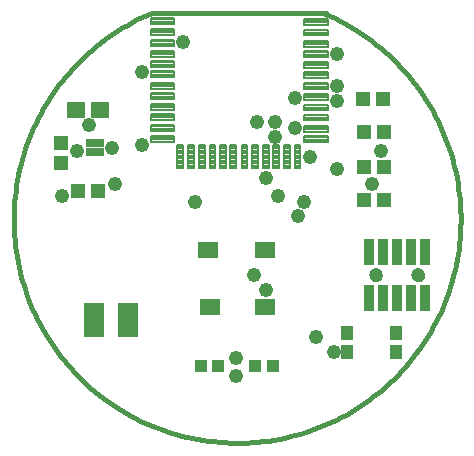
<source format=gts>
G75*
%MOIN*%
%OFA0B0*%
%FSLAX25Y25*%
%IPPOS*%
%LPD*%
%AMOC8*
5,1,8,0,0,1.08239X$1,22.5*
%
%ADD10C,0.01600*%
%ADD11C,0.00831*%
%ADD12R,0.04737X0.05131*%
%ADD13R,0.05131X0.04737*%
%ADD14R,0.07099X0.11430*%
%ADD15R,0.05918X0.05800*%
%ADD16R,0.03950X0.03950*%
%ADD17R,0.01981X0.02847*%
%ADD18R,0.06902X0.05524*%
%ADD19R,0.03300X0.08800*%
%ADD20C,0.00000*%
%ADD21C,0.04737*%
%ADD22R,0.04343X0.04540*%
%ADD23C,0.04800*%
D10*
X0059923Y0145895D02*
X0058243Y0145181D01*
X0056581Y0144427D01*
X0054938Y0143632D01*
X0053314Y0142797D01*
X0051712Y0141922D01*
X0050132Y0141008D01*
X0048574Y0140056D01*
X0047041Y0139066D01*
X0045532Y0138039D01*
X0044048Y0136975D01*
X0042591Y0135875D01*
X0041162Y0134740D01*
X0039761Y0133569D01*
X0038389Y0132365D01*
X0037047Y0131128D01*
X0035735Y0129858D01*
X0034455Y0128557D01*
X0033208Y0127224D01*
X0031993Y0125861D01*
X0030812Y0124469D01*
X0029666Y0123048D01*
X0028555Y0121600D01*
X0027480Y0120125D01*
X0026441Y0118624D01*
X0025439Y0117098D01*
X0024475Y0115548D01*
X0023549Y0113974D01*
X0022662Y0112379D01*
X0021815Y0110762D01*
X0021007Y0109125D01*
X0020240Y0107469D01*
X0019513Y0105794D01*
X0018828Y0104102D01*
X0018185Y0102394D01*
X0017583Y0100670D01*
X0017024Y0098933D01*
X0016508Y0097182D01*
X0016035Y0095419D01*
X0015605Y0093644D01*
X0015218Y0091860D01*
X0014876Y0090067D01*
X0014578Y0088266D01*
X0014324Y0086459D01*
X0014114Y0084645D01*
X0013949Y0082827D01*
X0013828Y0081006D01*
X0013752Y0079182D01*
X0013721Y0077357D01*
X0013734Y0075531D01*
X0013793Y0073707D01*
X0013896Y0071884D01*
X0014043Y0070065D01*
X0014235Y0068249D01*
X0014472Y0066439D01*
X0014753Y0064636D01*
X0015078Y0062839D01*
X0015447Y0061052D01*
X0015860Y0059273D01*
X0016316Y0057506D01*
X0016815Y0055750D01*
X0017357Y0054007D01*
X0017942Y0052278D01*
X0018569Y0050563D01*
X0019238Y0048865D01*
X0019948Y0047183D01*
X0020699Y0045519D01*
X0021491Y0043874D01*
X0022323Y0042249D01*
X0023194Y0040645D01*
X0024105Y0039063D01*
X0025054Y0037504D01*
X0026040Y0035968D01*
X0027065Y0034457D01*
X0028126Y0032972D01*
X0029223Y0031513D01*
X0030355Y0030081D01*
X0031523Y0028677D01*
X0032724Y0027303D01*
X0033958Y0025958D01*
X0035226Y0024644D01*
X0036525Y0023362D01*
X0037855Y0022112D01*
X0039215Y0020894D01*
X0040605Y0019711D01*
X0042023Y0018562D01*
X0043469Y0017448D01*
X0044942Y0016369D01*
X0046441Y0015327D01*
X0047965Y0014323D01*
X0049513Y0013355D01*
X0051085Y0012427D01*
X0052679Y0011536D01*
X0054294Y0010686D01*
X0055929Y0009875D01*
X0057584Y0009104D01*
X0059257Y0008374D01*
X0060948Y0007686D01*
X0062655Y0007039D01*
X0064377Y0006434D01*
X0066114Y0005871D01*
X0067864Y0005351D01*
X0069626Y0004875D01*
X0071399Y0004441D01*
X0073182Y0004051D01*
X0074975Y0003705D01*
X0076775Y0003403D01*
X0078582Y0003146D01*
X0080395Y0002932D01*
X0082213Y0002763D01*
X0084034Y0002639D01*
X0085858Y0002560D01*
X0087683Y0002525D01*
X0089508Y0002535D01*
X0091333Y0002589D01*
X0093156Y0002689D01*
X0094976Y0002832D01*
X0096791Y0003021D01*
X0098602Y0003254D01*
X0100406Y0003531D01*
X0102203Y0003853D01*
X0103992Y0004218D01*
X0105771Y0004627D01*
X0107539Y0005080D01*
X0109296Y0005575D01*
X0111040Y0006114D01*
X0112771Y0006695D01*
X0114486Y0007319D01*
X0116186Y0007984D01*
X0117869Y0008691D01*
X0119534Y0009439D01*
X0121181Y0010227D01*
X0122807Y0011056D01*
X0124413Y0011924D01*
X0125997Y0012832D01*
X0127558Y0013777D01*
X0129096Y0014761D01*
X0130609Y0015782D01*
X0132097Y0016840D01*
X0133558Y0017935D01*
X0134992Y0019064D01*
X0136398Y0020229D01*
X0137775Y0021427D01*
X0139122Y0022659D01*
X0140438Y0023924D01*
X0141723Y0025220D01*
X0142976Y0026548D01*
X0144196Y0027906D01*
X0145383Y0029293D01*
X0146535Y0030709D01*
X0147652Y0032153D01*
X0148733Y0033624D01*
X0149778Y0035121D01*
X0150786Y0036643D01*
X0151756Y0038189D01*
X0152688Y0039758D01*
X0153581Y0041350D01*
X0154435Y0042964D01*
X0155249Y0044598D01*
X0156023Y0046251D01*
X0156757Y0047923D01*
X0157449Y0049612D01*
X0158099Y0051318D01*
X0158707Y0053039D01*
X0159273Y0054774D01*
X0159797Y0056523D01*
X0160277Y0058284D01*
X0160714Y0060057D01*
X0161107Y0061839D01*
X0161457Y0063631D01*
X0161762Y0065430D01*
X0162024Y0067237D01*
X0162241Y0069050D01*
X0162413Y0070867D01*
X0162541Y0072688D01*
X0162625Y0074511D01*
X0162663Y0076337D01*
X0162657Y0078162D01*
X0162606Y0079987D01*
X0162510Y0081810D01*
X0162370Y0083630D01*
X0162185Y0085446D01*
X0161956Y0087257D01*
X0161682Y0089062D01*
X0161364Y0090859D01*
X0161003Y0092649D01*
X0160597Y0094428D01*
X0160148Y0096198D01*
X0159656Y0097956D01*
X0159121Y0099701D01*
X0158543Y0101432D01*
X0157923Y0103149D01*
X0157261Y0104851D01*
X0156557Y0106535D01*
X0155813Y0108202D01*
X0155028Y0109850D01*
X0154202Y0111478D01*
X0153337Y0113086D01*
X0152433Y0114671D01*
X0151490Y0116235D01*
X0150510Y0117774D01*
X0149491Y0119289D01*
X0148436Y0120779D01*
X0147345Y0122242D01*
X0146218Y0123679D01*
X0145057Y0125087D01*
X0143861Y0126466D01*
X0142632Y0127816D01*
X0141370Y0129135D01*
X0140076Y0130422D01*
X0138751Y0131678D01*
X0137396Y0132901D01*
X0136011Y0134090D01*
X0134597Y0135245D01*
X0133155Y0136365D01*
X0131687Y0137449D01*
X0130192Y0138497D01*
X0128672Y0139508D01*
X0127128Y0140481D01*
X0125560Y0141416D01*
X0123970Y0142313D01*
X0122358Y0143170D01*
X0120726Y0143987D01*
X0119074Y0144765D01*
X0117404Y0145501D01*
X0117798Y0145894D02*
X0059924Y0145894D01*
D11*
X0059348Y0142051D02*
X0067192Y0142051D01*
X0059348Y0142051D02*
X0059348Y0143989D01*
X0067192Y0143989D01*
X0067192Y0142051D01*
X0067192Y0142881D02*
X0059348Y0142881D01*
X0059348Y0143711D02*
X0067192Y0143711D01*
X0067192Y0138508D02*
X0059348Y0138508D01*
X0059348Y0140446D01*
X0067192Y0140446D01*
X0067192Y0138508D01*
X0067192Y0139338D02*
X0059348Y0139338D01*
X0059348Y0140168D02*
X0067192Y0140168D01*
X0067192Y0134768D02*
X0059348Y0134768D01*
X0059348Y0136706D01*
X0067192Y0136706D01*
X0067192Y0134768D01*
X0067192Y0135598D02*
X0059348Y0135598D01*
X0059348Y0136428D02*
X0067192Y0136428D01*
X0067192Y0131225D02*
X0059348Y0131225D01*
X0059348Y0133163D01*
X0067192Y0133163D01*
X0067192Y0131225D01*
X0067192Y0132055D02*
X0059348Y0132055D01*
X0059348Y0132885D02*
X0067192Y0132885D01*
X0067192Y0127681D02*
X0059348Y0127681D01*
X0059348Y0129619D01*
X0067192Y0129619D01*
X0067192Y0127681D01*
X0067192Y0128511D02*
X0059348Y0128511D01*
X0059348Y0129341D02*
X0067192Y0129341D01*
X0067192Y0124335D02*
X0059348Y0124335D01*
X0059348Y0126273D01*
X0067192Y0126273D01*
X0067192Y0124335D01*
X0067192Y0125165D02*
X0059348Y0125165D01*
X0059348Y0125995D02*
X0067192Y0125995D01*
X0067192Y0120595D02*
X0059348Y0120595D01*
X0059348Y0122533D01*
X0067192Y0122533D01*
X0067192Y0120595D01*
X0067192Y0121425D02*
X0059348Y0121425D01*
X0059348Y0122255D02*
X0067192Y0122255D01*
X0067192Y0117051D02*
X0059348Y0117051D01*
X0059348Y0118989D01*
X0067192Y0118989D01*
X0067192Y0117051D01*
X0067192Y0117881D02*
X0059348Y0117881D01*
X0059348Y0118711D02*
X0067192Y0118711D01*
X0067192Y0113508D02*
X0059348Y0113508D01*
X0059348Y0115446D01*
X0067192Y0115446D01*
X0067192Y0113508D01*
X0067192Y0114338D02*
X0059348Y0114338D01*
X0059348Y0115168D02*
X0067192Y0115168D01*
X0067192Y0110162D02*
X0059348Y0110162D01*
X0059348Y0112100D01*
X0067192Y0112100D01*
X0067192Y0110162D01*
X0067192Y0110992D02*
X0059348Y0110992D01*
X0059348Y0111822D02*
X0067192Y0111822D01*
X0067192Y0106422D02*
X0059348Y0106422D01*
X0059348Y0108360D01*
X0067192Y0108360D01*
X0067192Y0106422D01*
X0067192Y0107252D02*
X0059348Y0107252D01*
X0059348Y0108082D02*
X0067192Y0108082D01*
X0067192Y0102878D02*
X0059348Y0102878D01*
X0059348Y0104816D01*
X0067192Y0104816D01*
X0067192Y0102878D01*
X0067192Y0103708D02*
X0059348Y0103708D01*
X0059348Y0104538D02*
X0067192Y0104538D01*
X0070145Y0101864D02*
X0070145Y0094020D01*
X0068207Y0094020D01*
X0068207Y0101864D01*
X0070145Y0101864D01*
X0070145Y0094850D02*
X0068207Y0094850D01*
X0068207Y0095680D02*
X0070145Y0095680D01*
X0070145Y0096510D02*
X0068207Y0096510D01*
X0068207Y0097340D02*
X0070145Y0097340D01*
X0070145Y0098170D02*
X0068207Y0098170D01*
X0068207Y0099000D02*
X0070145Y0099000D01*
X0070145Y0099830D02*
X0068207Y0099830D01*
X0068207Y0100660D02*
X0070145Y0100660D01*
X0070145Y0101490D02*
X0068207Y0101490D01*
X0073688Y0101864D02*
X0073688Y0094020D01*
X0071750Y0094020D01*
X0071750Y0101864D01*
X0073688Y0101864D01*
X0073688Y0094850D02*
X0071750Y0094850D01*
X0071750Y0095680D02*
X0073688Y0095680D01*
X0073688Y0096510D02*
X0071750Y0096510D01*
X0071750Y0097340D02*
X0073688Y0097340D01*
X0073688Y0098170D02*
X0071750Y0098170D01*
X0071750Y0099000D02*
X0073688Y0099000D01*
X0073688Y0099830D02*
X0071750Y0099830D01*
X0071750Y0100660D02*
X0073688Y0100660D01*
X0073688Y0101490D02*
X0071750Y0101490D01*
X0077428Y0101864D02*
X0077428Y0094020D01*
X0075490Y0094020D01*
X0075490Y0101864D01*
X0077428Y0101864D01*
X0077428Y0094850D02*
X0075490Y0094850D01*
X0075490Y0095680D02*
X0077428Y0095680D01*
X0077428Y0096510D02*
X0075490Y0096510D01*
X0075490Y0097340D02*
X0077428Y0097340D01*
X0077428Y0098170D02*
X0075490Y0098170D01*
X0075490Y0099000D02*
X0077428Y0099000D01*
X0077428Y0099830D02*
X0075490Y0099830D01*
X0075490Y0100660D02*
X0077428Y0100660D01*
X0077428Y0101490D02*
X0075490Y0101490D01*
X0080972Y0101864D02*
X0080972Y0094020D01*
X0079034Y0094020D01*
X0079034Y0101864D01*
X0080972Y0101864D01*
X0080972Y0094850D02*
X0079034Y0094850D01*
X0079034Y0095680D02*
X0080972Y0095680D01*
X0080972Y0096510D02*
X0079034Y0096510D01*
X0079034Y0097340D02*
X0080972Y0097340D01*
X0080972Y0098170D02*
X0079034Y0098170D01*
X0079034Y0099000D02*
X0080972Y0099000D01*
X0080972Y0099830D02*
X0079034Y0099830D01*
X0079034Y0100660D02*
X0080972Y0100660D01*
X0080972Y0101490D02*
X0079034Y0101490D01*
X0084515Y0101864D02*
X0084515Y0094020D01*
X0082577Y0094020D01*
X0082577Y0101864D01*
X0084515Y0101864D01*
X0084515Y0094850D02*
X0082577Y0094850D01*
X0082577Y0095680D02*
X0084515Y0095680D01*
X0084515Y0096510D02*
X0082577Y0096510D01*
X0082577Y0097340D02*
X0084515Y0097340D01*
X0084515Y0098170D02*
X0082577Y0098170D01*
X0082577Y0099000D02*
X0084515Y0099000D01*
X0084515Y0099830D02*
X0082577Y0099830D01*
X0082577Y0100660D02*
X0084515Y0100660D01*
X0084515Y0101490D02*
X0082577Y0101490D01*
X0087861Y0101864D02*
X0087861Y0094020D01*
X0085923Y0094020D01*
X0085923Y0101864D01*
X0087861Y0101864D01*
X0087861Y0094850D02*
X0085923Y0094850D01*
X0085923Y0095680D02*
X0087861Y0095680D01*
X0087861Y0096510D02*
X0085923Y0096510D01*
X0085923Y0097340D02*
X0087861Y0097340D01*
X0087861Y0098170D02*
X0085923Y0098170D01*
X0085923Y0099000D02*
X0087861Y0099000D01*
X0087861Y0099830D02*
X0085923Y0099830D01*
X0085923Y0100660D02*
X0087861Y0100660D01*
X0087861Y0101490D02*
X0085923Y0101490D01*
X0091602Y0101864D02*
X0091602Y0094020D01*
X0089664Y0094020D01*
X0089664Y0101864D01*
X0091602Y0101864D01*
X0091602Y0094850D02*
X0089664Y0094850D01*
X0089664Y0095680D02*
X0091602Y0095680D01*
X0091602Y0096510D02*
X0089664Y0096510D01*
X0089664Y0097340D02*
X0091602Y0097340D01*
X0091602Y0098170D02*
X0089664Y0098170D01*
X0089664Y0099000D02*
X0091602Y0099000D01*
X0091602Y0099830D02*
X0089664Y0099830D01*
X0089664Y0100660D02*
X0091602Y0100660D01*
X0091602Y0101490D02*
X0089664Y0101490D01*
X0095145Y0101864D02*
X0095145Y0094020D01*
X0093207Y0094020D01*
X0093207Y0101864D01*
X0095145Y0101864D01*
X0095145Y0094850D02*
X0093207Y0094850D01*
X0093207Y0095680D02*
X0095145Y0095680D01*
X0095145Y0096510D02*
X0093207Y0096510D01*
X0093207Y0097340D02*
X0095145Y0097340D01*
X0095145Y0098170D02*
X0093207Y0098170D01*
X0093207Y0099000D02*
X0095145Y0099000D01*
X0095145Y0099830D02*
X0093207Y0099830D01*
X0093207Y0100660D02*
X0095145Y0100660D01*
X0095145Y0101490D02*
X0093207Y0101490D01*
X0098688Y0101864D02*
X0098688Y0094020D01*
X0096750Y0094020D01*
X0096750Y0101864D01*
X0098688Y0101864D01*
X0098688Y0094850D02*
X0096750Y0094850D01*
X0096750Y0095680D02*
X0098688Y0095680D01*
X0098688Y0096510D02*
X0096750Y0096510D01*
X0096750Y0097340D02*
X0098688Y0097340D01*
X0098688Y0098170D02*
X0096750Y0098170D01*
X0096750Y0099000D02*
X0098688Y0099000D01*
X0098688Y0099830D02*
X0096750Y0099830D01*
X0096750Y0100660D02*
X0098688Y0100660D01*
X0098688Y0101490D02*
X0096750Y0101490D01*
X0102035Y0101864D02*
X0102035Y0094020D01*
X0100097Y0094020D01*
X0100097Y0101864D01*
X0102035Y0101864D01*
X0102035Y0094850D02*
X0100097Y0094850D01*
X0100097Y0095680D02*
X0102035Y0095680D01*
X0102035Y0096510D02*
X0100097Y0096510D01*
X0100097Y0097340D02*
X0102035Y0097340D01*
X0102035Y0098170D02*
X0100097Y0098170D01*
X0100097Y0099000D02*
X0102035Y0099000D01*
X0102035Y0099830D02*
X0100097Y0099830D01*
X0100097Y0100660D02*
X0102035Y0100660D01*
X0102035Y0101490D02*
X0100097Y0101490D01*
X0105775Y0101864D02*
X0105775Y0094020D01*
X0103837Y0094020D01*
X0103837Y0101864D01*
X0105775Y0101864D01*
X0105775Y0094850D02*
X0103837Y0094850D01*
X0103837Y0095680D02*
X0105775Y0095680D01*
X0105775Y0096510D02*
X0103837Y0096510D01*
X0103837Y0097340D02*
X0105775Y0097340D01*
X0105775Y0098170D02*
X0103837Y0098170D01*
X0103837Y0099000D02*
X0105775Y0099000D01*
X0105775Y0099830D02*
X0103837Y0099830D01*
X0103837Y0100660D02*
X0105775Y0100660D01*
X0105775Y0101490D02*
X0103837Y0101490D01*
X0109318Y0101864D02*
X0109318Y0094020D01*
X0107380Y0094020D01*
X0107380Y0101864D01*
X0109318Y0101864D01*
X0109318Y0094850D02*
X0107380Y0094850D01*
X0107380Y0095680D02*
X0109318Y0095680D01*
X0109318Y0096510D02*
X0107380Y0096510D01*
X0107380Y0097340D02*
X0109318Y0097340D01*
X0109318Y0098170D02*
X0107380Y0098170D01*
X0107380Y0099000D02*
X0109318Y0099000D01*
X0109318Y0099830D02*
X0107380Y0099830D01*
X0107380Y0100660D02*
X0109318Y0100660D01*
X0109318Y0101490D02*
X0107380Y0101490D01*
X0110529Y0102681D02*
X0118373Y0102681D01*
X0110529Y0102681D02*
X0110529Y0104619D01*
X0118373Y0104619D01*
X0118373Y0102681D01*
X0118373Y0103511D02*
X0110529Y0103511D01*
X0110529Y0104341D02*
X0118373Y0104341D01*
X0118373Y0106225D02*
X0110529Y0106225D01*
X0110529Y0108163D01*
X0118373Y0108163D01*
X0118373Y0106225D01*
X0118373Y0107055D02*
X0110529Y0107055D01*
X0110529Y0107885D02*
X0118373Y0107885D01*
X0118373Y0109965D02*
X0110529Y0109965D01*
X0110529Y0111903D01*
X0118373Y0111903D01*
X0118373Y0109965D01*
X0118373Y0110795D02*
X0110529Y0110795D01*
X0110529Y0111625D02*
X0118373Y0111625D01*
X0118373Y0113311D02*
X0110529Y0113311D01*
X0110529Y0115249D01*
X0118373Y0115249D01*
X0118373Y0113311D01*
X0118373Y0114141D02*
X0110529Y0114141D01*
X0110529Y0114971D02*
X0118373Y0114971D01*
X0118373Y0116855D02*
X0110529Y0116855D01*
X0110529Y0118793D01*
X0118373Y0118793D01*
X0118373Y0116855D01*
X0118373Y0117685D02*
X0110529Y0117685D01*
X0110529Y0118515D02*
X0118373Y0118515D01*
X0118373Y0120398D02*
X0110529Y0120398D01*
X0110529Y0122336D01*
X0118373Y0122336D01*
X0118373Y0120398D01*
X0118373Y0121228D02*
X0110529Y0121228D01*
X0110529Y0122058D02*
X0118373Y0122058D01*
X0118373Y0124138D02*
X0110529Y0124138D01*
X0110529Y0126076D01*
X0118373Y0126076D01*
X0118373Y0124138D01*
X0118373Y0124968D02*
X0110529Y0124968D01*
X0110529Y0125798D02*
X0118373Y0125798D01*
X0118373Y0127485D02*
X0110529Y0127485D01*
X0110529Y0129423D01*
X0118373Y0129423D01*
X0118373Y0127485D01*
X0118373Y0128315D02*
X0110529Y0128315D01*
X0110529Y0129145D02*
X0118373Y0129145D01*
X0118373Y0131028D02*
X0110529Y0131028D01*
X0110529Y0132966D01*
X0118373Y0132966D01*
X0118373Y0131028D01*
X0118373Y0131858D02*
X0110529Y0131858D01*
X0110529Y0132688D02*
X0118373Y0132688D01*
X0118373Y0134571D02*
X0110529Y0134571D01*
X0110529Y0136509D01*
X0118373Y0136509D01*
X0118373Y0134571D01*
X0118373Y0135401D02*
X0110529Y0135401D01*
X0110529Y0136231D02*
X0118373Y0136231D01*
X0118373Y0138311D02*
X0110529Y0138311D01*
X0110529Y0140249D01*
X0118373Y0140249D01*
X0118373Y0138311D01*
X0118373Y0139141D02*
X0110529Y0139141D01*
X0110529Y0139971D02*
X0118373Y0139971D01*
X0118373Y0141855D02*
X0110529Y0141855D01*
X0110529Y0143793D01*
X0118373Y0143793D01*
X0118373Y0141855D01*
X0118373Y0142685D02*
X0110529Y0142685D01*
X0110529Y0143515D02*
X0118373Y0143515D01*
D12*
X0029451Y0102391D03*
X0029451Y0095698D03*
D13*
X0035121Y0086446D03*
X0041814Y0086446D03*
X0130514Y0083572D03*
X0137207Y0083572D03*
X0137247Y0094595D03*
X0130554Y0094595D03*
X0130475Y0106013D03*
X0137168Y0106013D03*
X0136735Y0117036D03*
X0130042Y0117036D03*
D14*
X0040633Y0043454D03*
X0051656Y0043454D03*
D15*
X0042601Y0113296D03*
X0034412Y0113335D03*
D16*
X0076026Y0027981D03*
X0081932Y0027981D03*
X0094097Y0027981D03*
X0100003Y0027981D03*
D17*
X0042719Y0099477D03*
X0040751Y0099477D03*
X0038782Y0099477D03*
X0038782Y0102430D03*
X0040751Y0102430D03*
X0042719Y0102430D03*
D18*
X0078625Y0066643D03*
X0097522Y0066643D03*
X0097522Y0047745D03*
X0079018Y0047745D03*
D19*
X0132050Y0050698D03*
X0136774Y0050698D03*
X0141499Y0050698D03*
X0146223Y0050894D03*
X0150948Y0050894D03*
X0150948Y0066249D03*
X0146223Y0066249D03*
X0141499Y0066249D03*
X0136774Y0066249D03*
X0132247Y0066249D03*
D20*
X0132443Y0058375D02*
X0132445Y0058463D01*
X0132451Y0058551D01*
X0132461Y0058639D01*
X0132475Y0058727D01*
X0132492Y0058813D01*
X0132514Y0058899D01*
X0132539Y0058983D01*
X0132569Y0059067D01*
X0132601Y0059149D01*
X0132638Y0059229D01*
X0132678Y0059308D01*
X0132722Y0059385D01*
X0132769Y0059460D01*
X0132819Y0059532D01*
X0132873Y0059603D01*
X0132929Y0059670D01*
X0132989Y0059736D01*
X0133051Y0059798D01*
X0133117Y0059858D01*
X0133184Y0059914D01*
X0133255Y0059968D01*
X0133327Y0060018D01*
X0133402Y0060065D01*
X0133479Y0060109D01*
X0133558Y0060149D01*
X0133638Y0060186D01*
X0133720Y0060218D01*
X0133804Y0060248D01*
X0133888Y0060273D01*
X0133974Y0060295D01*
X0134060Y0060312D01*
X0134148Y0060326D01*
X0134236Y0060336D01*
X0134324Y0060342D01*
X0134412Y0060344D01*
X0134500Y0060342D01*
X0134588Y0060336D01*
X0134676Y0060326D01*
X0134764Y0060312D01*
X0134850Y0060295D01*
X0134936Y0060273D01*
X0135020Y0060248D01*
X0135104Y0060218D01*
X0135186Y0060186D01*
X0135266Y0060149D01*
X0135345Y0060109D01*
X0135422Y0060065D01*
X0135497Y0060018D01*
X0135569Y0059968D01*
X0135640Y0059914D01*
X0135707Y0059858D01*
X0135773Y0059798D01*
X0135835Y0059736D01*
X0135895Y0059670D01*
X0135951Y0059603D01*
X0136005Y0059532D01*
X0136055Y0059460D01*
X0136102Y0059385D01*
X0136146Y0059308D01*
X0136186Y0059229D01*
X0136223Y0059149D01*
X0136255Y0059067D01*
X0136285Y0058983D01*
X0136310Y0058899D01*
X0136332Y0058813D01*
X0136349Y0058727D01*
X0136363Y0058639D01*
X0136373Y0058551D01*
X0136379Y0058463D01*
X0136381Y0058375D01*
X0136379Y0058287D01*
X0136373Y0058199D01*
X0136363Y0058111D01*
X0136349Y0058023D01*
X0136332Y0057937D01*
X0136310Y0057851D01*
X0136285Y0057767D01*
X0136255Y0057683D01*
X0136223Y0057601D01*
X0136186Y0057521D01*
X0136146Y0057442D01*
X0136102Y0057365D01*
X0136055Y0057290D01*
X0136005Y0057218D01*
X0135951Y0057147D01*
X0135895Y0057080D01*
X0135835Y0057014D01*
X0135773Y0056952D01*
X0135707Y0056892D01*
X0135640Y0056836D01*
X0135569Y0056782D01*
X0135497Y0056732D01*
X0135422Y0056685D01*
X0135345Y0056641D01*
X0135266Y0056601D01*
X0135186Y0056564D01*
X0135104Y0056532D01*
X0135020Y0056502D01*
X0134936Y0056477D01*
X0134850Y0056455D01*
X0134764Y0056438D01*
X0134676Y0056424D01*
X0134588Y0056414D01*
X0134500Y0056408D01*
X0134412Y0056406D01*
X0134324Y0056408D01*
X0134236Y0056414D01*
X0134148Y0056424D01*
X0134060Y0056438D01*
X0133974Y0056455D01*
X0133888Y0056477D01*
X0133804Y0056502D01*
X0133720Y0056532D01*
X0133638Y0056564D01*
X0133558Y0056601D01*
X0133479Y0056641D01*
X0133402Y0056685D01*
X0133327Y0056732D01*
X0133255Y0056782D01*
X0133184Y0056836D01*
X0133117Y0056892D01*
X0133051Y0056952D01*
X0132989Y0057014D01*
X0132929Y0057080D01*
X0132873Y0057147D01*
X0132819Y0057218D01*
X0132769Y0057290D01*
X0132722Y0057365D01*
X0132678Y0057442D01*
X0132638Y0057521D01*
X0132601Y0057601D01*
X0132569Y0057683D01*
X0132539Y0057767D01*
X0132514Y0057851D01*
X0132492Y0057937D01*
X0132475Y0058023D01*
X0132461Y0058111D01*
X0132451Y0058199D01*
X0132445Y0058287D01*
X0132443Y0058375D01*
X0146616Y0058375D02*
X0146618Y0058463D01*
X0146624Y0058551D01*
X0146634Y0058639D01*
X0146648Y0058727D01*
X0146665Y0058813D01*
X0146687Y0058899D01*
X0146712Y0058983D01*
X0146742Y0059067D01*
X0146774Y0059149D01*
X0146811Y0059229D01*
X0146851Y0059308D01*
X0146895Y0059385D01*
X0146942Y0059460D01*
X0146992Y0059532D01*
X0147046Y0059603D01*
X0147102Y0059670D01*
X0147162Y0059736D01*
X0147224Y0059798D01*
X0147290Y0059858D01*
X0147357Y0059914D01*
X0147428Y0059968D01*
X0147500Y0060018D01*
X0147575Y0060065D01*
X0147652Y0060109D01*
X0147731Y0060149D01*
X0147811Y0060186D01*
X0147893Y0060218D01*
X0147977Y0060248D01*
X0148061Y0060273D01*
X0148147Y0060295D01*
X0148233Y0060312D01*
X0148321Y0060326D01*
X0148409Y0060336D01*
X0148497Y0060342D01*
X0148585Y0060344D01*
X0148673Y0060342D01*
X0148761Y0060336D01*
X0148849Y0060326D01*
X0148937Y0060312D01*
X0149023Y0060295D01*
X0149109Y0060273D01*
X0149193Y0060248D01*
X0149277Y0060218D01*
X0149359Y0060186D01*
X0149439Y0060149D01*
X0149518Y0060109D01*
X0149595Y0060065D01*
X0149670Y0060018D01*
X0149742Y0059968D01*
X0149813Y0059914D01*
X0149880Y0059858D01*
X0149946Y0059798D01*
X0150008Y0059736D01*
X0150068Y0059670D01*
X0150124Y0059603D01*
X0150178Y0059532D01*
X0150228Y0059460D01*
X0150275Y0059385D01*
X0150319Y0059308D01*
X0150359Y0059229D01*
X0150396Y0059149D01*
X0150428Y0059067D01*
X0150458Y0058983D01*
X0150483Y0058899D01*
X0150505Y0058813D01*
X0150522Y0058727D01*
X0150536Y0058639D01*
X0150546Y0058551D01*
X0150552Y0058463D01*
X0150554Y0058375D01*
X0150552Y0058287D01*
X0150546Y0058199D01*
X0150536Y0058111D01*
X0150522Y0058023D01*
X0150505Y0057937D01*
X0150483Y0057851D01*
X0150458Y0057767D01*
X0150428Y0057683D01*
X0150396Y0057601D01*
X0150359Y0057521D01*
X0150319Y0057442D01*
X0150275Y0057365D01*
X0150228Y0057290D01*
X0150178Y0057218D01*
X0150124Y0057147D01*
X0150068Y0057080D01*
X0150008Y0057014D01*
X0149946Y0056952D01*
X0149880Y0056892D01*
X0149813Y0056836D01*
X0149742Y0056782D01*
X0149670Y0056732D01*
X0149595Y0056685D01*
X0149518Y0056641D01*
X0149439Y0056601D01*
X0149359Y0056564D01*
X0149277Y0056532D01*
X0149193Y0056502D01*
X0149109Y0056477D01*
X0149023Y0056455D01*
X0148937Y0056438D01*
X0148849Y0056424D01*
X0148761Y0056414D01*
X0148673Y0056408D01*
X0148585Y0056406D01*
X0148497Y0056408D01*
X0148409Y0056414D01*
X0148321Y0056424D01*
X0148233Y0056438D01*
X0148147Y0056455D01*
X0148061Y0056477D01*
X0147977Y0056502D01*
X0147893Y0056532D01*
X0147811Y0056564D01*
X0147731Y0056601D01*
X0147652Y0056641D01*
X0147575Y0056685D01*
X0147500Y0056732D01*
X0147428Y0056782D01*
X0147357Y0056836D01*
X0147290Y0056892D01*
X0147224Y0056952D01*
X0147162Y0057014D01*
X0147102Y0057080D01*
X0147046Y0057147D01*
X0146992Y0057218D01*
X0146942Y0057290D01*
X0146895Y0057365D01*
X0146851Y0057442D01*
X0146811Y0057521D01*
X0146774Y0057601D01*
X0146742Y0057683D01*
X0146712Y0057767D01*
X0146687Y0057851D01*
X0146665Y0057937D01*
X0146648Y0058023D01*
X0146634Y0058111D01*
X0146624Y0058199D01*
X0146618Y0058287D01*
X0146616Y0058375D01*
D21*
X0148585Y0058375D03*
X0134412Y0058375D03*
D22*
X0141026Y0039083D03*
X0141026Y0032784D03*
X0124885Y0032784D03*
X0124885Y0039083D03*
D23*
X0120357Y0032706D03*
X0114451Y0037627D03*
X0097719Y0053375D03*
X0093782Y0058296D03*
X0108546Y0077981D03*
X0110514Y0082902D03*
X0101656Y0084871D03*
X0097719Y0090776D03*
X0100672Y0104556D03*
X0100672Y0109477D03*
X0094766Y0109477D03*
X0107562Y0107509D03*
X0107562Y0117351D03*
X0121341Y0116367D03*
X0121341Y0121288D03*
X0121341Y0132115D03*
X0136105Y0099635D03*
X0133152Y0088808D03*
X0121341Y0093729D03*
X0112483Y0097666D03*
X0074097Y0082902D03*
X0056381Y0101603D03*
X0046538Y0100619D03*
X0038664Y0108493D03*
X0034727Y0099635D03*
X0047522Y0088808D03*
X0029806Y0084871D03*
X0056381Y0126209D03*
X0070160Y0136052D03*
X0087877Y0030737D03*
X0087877Y0024831D03*
M02*

</source>
